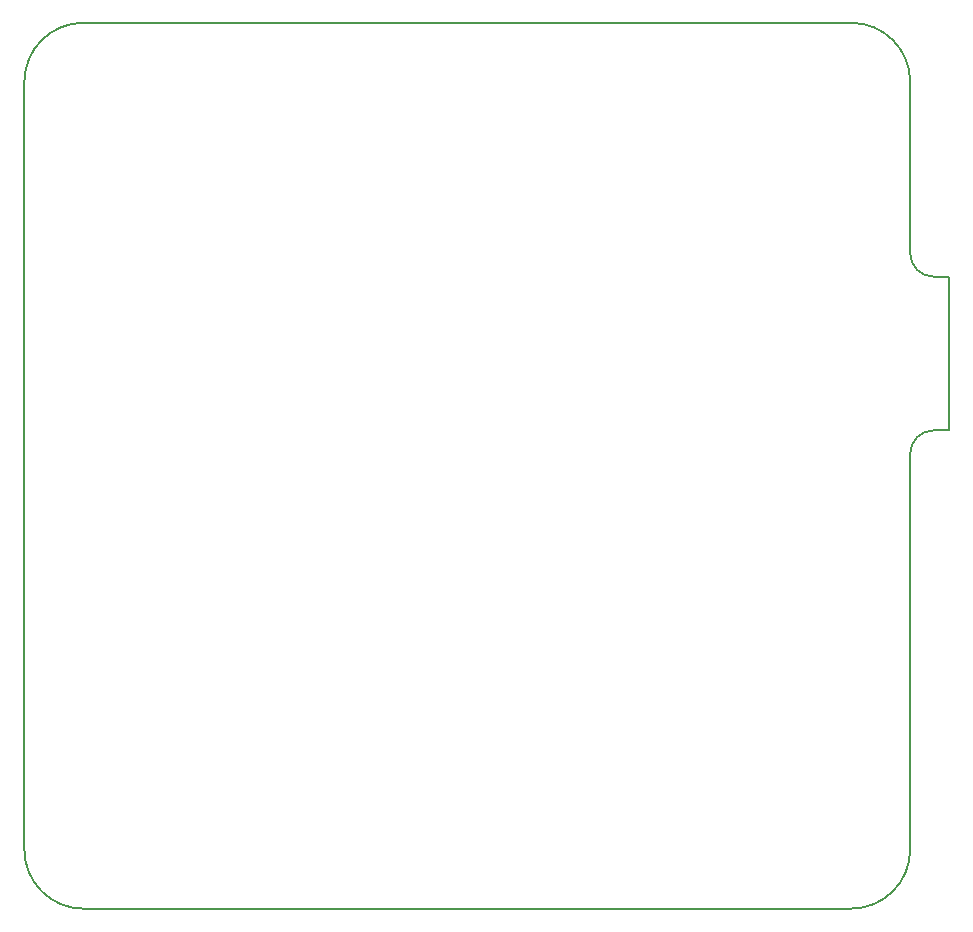
<source format=gbr>
%TF.GenerationSoftware,KiCad,Pcbnew,8.0.3*%
%TF.CreationDate,2024-06-23T22:11:50-05:00*%
%TF.ProjectId,GeckoDevelopmentBoard,4765636b-6f44-4657-9665-6c6f706d656e,rev?*%
%TF.SameCoordinates,Original*%
%TF.FileFunction,Profile,NP*%
%FSLAX46Y46*%
G04 Gerber Fmt 4.6, Leading zero omitted, Abs format (unit mm)*
G04 Created by KiCad (PCBNEW 8.0.3) date 2024-06-23 22:11:50*
%MOMM*%
%LPD*%
G01*
G04 APERTURE LIST*
%TA.AperFunction,Profile*%
%ADD10C,0.200000*%
%TD*%
G04 APERTURE END LIST*
D10*
X125000000Y-127500000D02*
X60000000Y-127500000D01*
X132000000Y-74000000D02*
X133300000Y-74000000D01*
X133300000Y-74000000D02*
X133300000Y-87000000D01*
X130000000Y-57500000D02*
X130000000Y-72000000D01*
X130000000Y-89000000D02*
X130000000Y-122500000D01*
X133300000Y-87000000D02*
X132000000Y-87000000D01*
X130000000Y-122500000D02*
G75*
G02*
X125000000Y-127500000I-5000000J0D01*
G01*
X55000000Y-57500000D02*
G75*
G02*
X60000000Y-52500000I5000000J0D01*
G01*
X132000000Y-74000000D02*
G75*
G02*
X130000000Y-72000000I0J2000000D01*
G01*
X60000000Y-127500000D02*
G75*
G02*
X55000000Y-122500000I0J5000000D01*
G01*
X55000000Y-122500000D02*
X55000000Y-57500000D01*
X130000000Y-89000000D02*
G75*
G02*
X132000000Y-87000000I2000000J0D01*
G01*
X60000000Y-52500000D02*
X125000000Y-52500000D01*
X125000000Y-52500000D02*
G75*
G02*
X130000000Y-57500000I0J-5000000D01*
G01*
M02*

</source>
